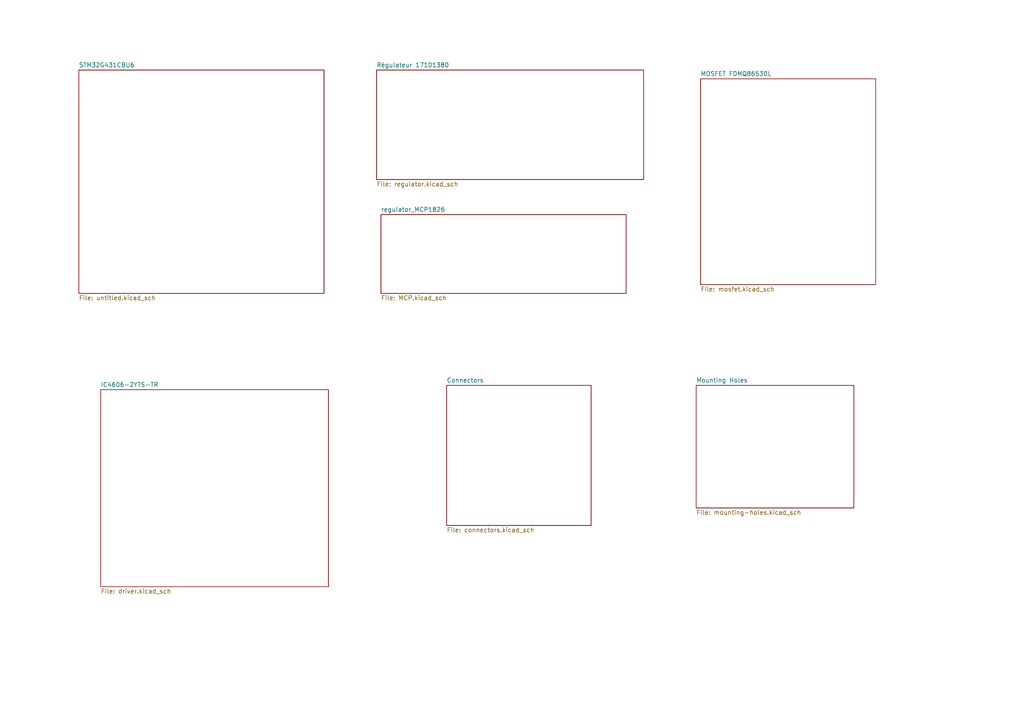
<source format=kicad_sch>
(kicad_sch
	(version 20231120)
	(generator "eeschema")
	(generator_version "8.0")
	(uuid "5cf3dbb2-c53d-4566-bd56-e0778be44afc")
	(paper "A4")
	(lib_symbols)
	(sheet
		(at 110.49 62.23)
		(size 71.12 22.86)
		(fields_autoplaced yes)
		(stroke
			(width 0.1524)
			(type solid)
		)
		(fill
			(color 0 0 0 0.0000)
		)
		(uuid "018df226-2f32-4c27-b119-894b8473c90f")
		(property "Sheetname" "regulator_MCP1826"
			(at 110.49 61.5184 0)
			(effects
				(font
					(size 1.27 1.27)
				)
				(justify left bottom)
			)
		)
		(property "Sheetfile" "MCP.kicad_sch"
			(at 110.49 85.6746 0)
			(effects
				(font
					(size 1.27 1.27)
				)
				(justify left top)
			)
		)
		(instances
			(project "Kicad_Exercice_Maker_David_CONTION"
				(path "/5cf3dbb2-c53d-4566-bd56-e0778be44afc"
					(page "8")
				)
			)
		)
	)
	(sheet
		(at 109.22 20.32)
		(size 77.47 31.75)
		(fields_autoplaced yes)
		(stroke
			(width 0.1524)
			(type solid)
		)
		(fill
			(color 0 0 0 0.0000)
		)
		(uuid "0fb7756f-4579-4e44-8a58-ee8f1e0d5899")
		(property "Sheetname" "Régulateur 17101380"
			(at 109.22 19.6084 0)
			(effects
				(font
					(size 1.27 1.27)
				)
				(justify left bottom)
			)
		)
		(property "Sheetfile" "regulator.kicad_sch"
			(at 109.22 52.6546 0)
			(effects
				(font
					(size 1.27 1.27)
				)
				(justify left top)
			)
		)
		(instances
			(project "Kicad_Exercice_Maker_David_CONTION"
				(path "/5cf3dbb2-c53d-4566-bd56-e0778be44afc"
					(page "3")
				)
			)
		)
	)
	(sheet
		(at 203.2 22.86)
		(size 50.8 59.69)
		(fields_autoplaced yes)
		(stroke
			(width 0.1524)
			(type solid)
		)
		(fill
			(color 0 0 0 0.0000)
		)
		(uuid "2aa35825-71bc-4fed-90ea-8f32807a9f75")
		(property "Sheetname" "MOSFET FDMQ86530L"
			(at 203.2 22.1484 0)
			(effects
				(font
					(size 1.27 1.27)
				)
				(justify left bottom)
			)
		)
		(property "Sheetfile" "mosfet.kicad_sch"
			(at 203.2 83.1346 0)
			(effects
				(font
					(size 1.27 1.27)
				)
				(justify left top)
			)
		)
		(instances
			(project "Kicad_Exercice_Maker_David_CONTION"
				(path "/5cf3dbb2-c53d-4566-bd56-e0778be44afc"
					(page "4")
				)
			)
		)
	)
	(sheet
		(at 22.86 20.32)
		(size 71.12 64.77)
		(fields_autoplaced yes)
		(stroke
			(width 0.1524)
			(type solid)
		)
		(fill
			(color 0 0 0 0.0000)
		)
		(uuid "69014843-2661-455b-af18-1d4757d6455b")
		(property "Sheetname" "STM32G431CBU6"
			(at 22.86 19.6084 0)
			(effects
				(font
					(size 1.27 1.27)
				)
				(justify left bottom)
			)
		)
		(property "Sheetfile" "untitled.kicad_sch"
			(at 22.86 85.6746 0)
			(effects
				(font
					(size 1.27 1.27)
				)
				(justify left top)
			)
		)
		(instances
			(project "Kicad_Exercice_Maker_David_CONTION"
				(path "/5cf3dbb2-c53d-4566-bd56-e0778be44afc"
					(page "2")
				)
			)
		)
	)
	(sheet
		(at 29.21 113.03)
		(size 66.04 57.15)
		(fields_autoplaced yes)
		(stroke
			(width 0.1524)
			(type solid)
		)
		(fill
			(color 0 0 0 0.0000)
		)
		(uuid "a4b71d72-30d9-4626-b577-3c9229a01377")
		(property "Sheetname" "IC4606-2YTS-TR"
			(at 29.21 112.3184 0)
			(effects
				(font
					(size 1.27 1.27)
				)
				(justify left bottom)
			)
		)
		(property "Sheetfile" "driver.kicad_sch"
			(at 29.21 170.7646 0)
			(effects
				(font
					(size 1.27 1.27)
				)
				(justify left top)
			)
		)
		(instances
			(project "Kicad_Exercice_Maker_David_CONTION"
				(path "/5cf3dbb2-c53d-4566-bd56-e0778be44afc"
					(page "5")
				)
			)
		)
	)
	(sheet
		(at 129.54 111.76)
		(size 41.91 40.64)
		(fields_autoplaced yes)
		(stroke
			(width 0.1524)
			(type solid)
		)
		(fill
			(color 0 0 0 0.0000)
		)
		(uuid "a5ca7be7-d1aa-4561-a2a3-a870398488a5")
		(property "Sheetname" "Connectors"
			(at 129.54 111.0484 0)
			(effects
				(font
					(size 1.27 1.27)
				)
				(justify left bottom)
			)
		)
		(property "Sheetfile" "connectors.kicad_sch"
			(at 129.54 152.9846 0)
			(effects
				(font
					(size 1.27 1.27)
				)
				(justify left top)
			)
		)
		(instances
			(project "Kicad_Exercice_Maker_David_CONTION"
				(path "/5cf3dbb2-c53d-4566-bd56-e0778be44afc"
					(page "6")
				)
			)
		)
	)
	(sheet
		(at 201.93 111.76)
		(size 45.72 35.56)
		(fields_autoplaced yes)
		(stroke
			(width 0.1524)
			(type solid)
		)
		(fill
			(color 0 0 0 0.0000)
		)
		(uuid "c42e0262-dd78-4ed7-bfb0-ae830988ee96")
		(property "Sheetname" "Mounting Holes"
			(at 201.93 111.0484 0)
			(effects
				(font
					(size 1.27 1.27)
				)
				(justify left bottom)
			)
		)
		(property "Sheetfile" "mounting-holes.kicad_sch"
			(at 201.93 147.9046 0)
			(effects
				(font
					(size 1.27 1.27)
				)
				(justify left top)
			)
		)
		(instances
			(project "Kicad_Exercice_Maker_David_CONTION"
				(path "/5cf3dbb2-c53d-4566-bd56-e0778be44afc"
					(page "7")
				)
			)
		)
	)
	(sheet_instances
		(path "/"
			(page "1")
		)
	)
)

</source>
